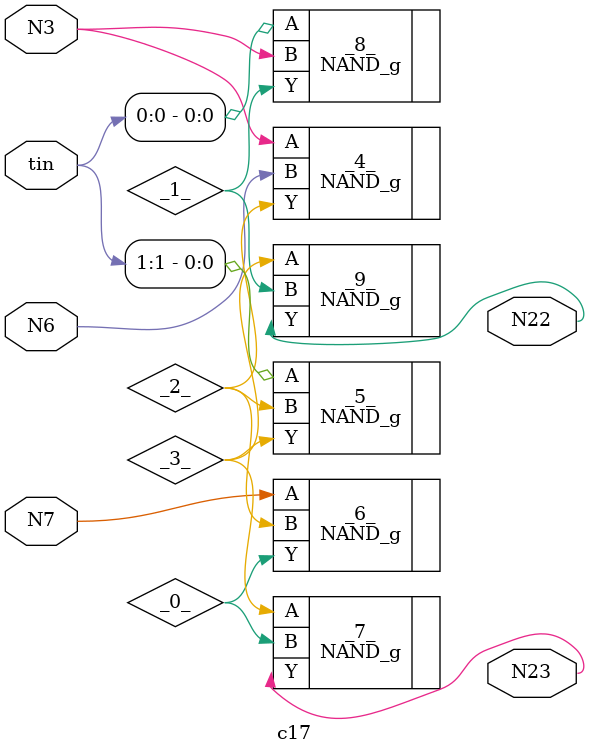
<source format=v>
module c17(tin, N3, N6, N7, N22, N23);
wire _0_;
wire _1_;
wire _2_;
wire _3_;
output N22;
wire N22;
output N23;
wire N23;
input N3;
wire N3;
input N6;
wire N6;
input N7;
wire N7;
input [1:0] tin;
wire [1:0] tin;
NAND_g _4_ ( .A(N3), .B(N6), .Y(_2_) );
NAND_g _5_ ( .A(tin[1]), .B(_2_), .Y(_3_) );
NAND_g _6_ ( .A(N7), .B(_2_), .Y(_0_) );
NAND_g _7_ ( .A(_3_), .B(_0_), .Y(N23) );
NAND_g _8_ ( .A(tin[0]), .B(N3), .Y(_1_) );
NAND_g _9_ ( .A(_3_), .B(_1_), .Y(N22) );
endmodule

</source>
